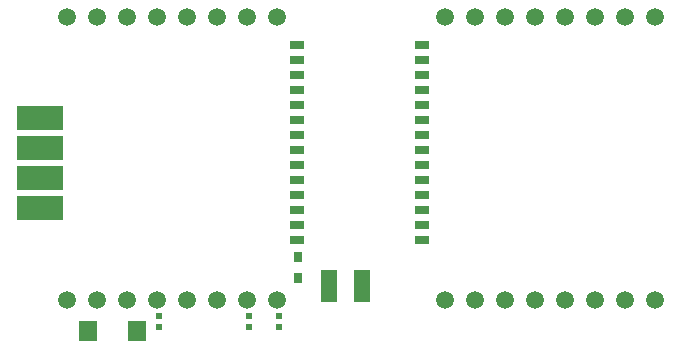
<source format=gts>
G04 #@! TF.FileFunction,Soldermask,Top*
%FSLAX46Y46*%
G04 Gerber Fmt 4.6, Leading zero omitted, Abs format (unit mm)*
G04 Created by KiCad (PCBNEW (after 2015-mar-04 BZR unknown)-product) date 20.05.2015 17:30:12*
%MOMM*%
G01*
G04 APERTURE LIST*
%ADD10C,0.150000*%
%ADD11R,0.800000X0.900000*%
%ADD12R,1.600000X1.800000*%
%ADD13R,0.500000X0.500000*%
%ADD14R,1.270000X0.700000*%
%ADD15R,1.400000X2.800000*%
%ADD16R,4.000000X2.000000*%
%ADD17C,1.500000*%
G04 APERTURE END LIST*
D10*
D11*
X121600000Y-176300000D03*
X121600000Y-178100000D03*
D12*
X103850000Y-182600000D03*
X107950000Y-182600000D03*
D13*
X120015000Y-181345000D03*
X120015000Y-182245000D03*
X117475000Y-181345000D03*
X117475000Y-182245000D03*
X109855000Y-181345000D03*
X109855000Y-182245000D03*
D14*
X121559000Y-158390000D03*
X121559000Y-159660000D03*
X121559000Y-160930000D03*
X121559000Y-162200000D03*
X121559000Y-163470000D03*
X121559000Y-164740000D03*
X132100000Y-158390000D03*
X132100000Y-159660000D03*
X132100000Y-160930000D03*
X132100000Y-162200000D03*
X132100000Y-163470000D03*
X132100000Y-164740000D03*
X121559000Y-169820000D03*
X121559000Y-168550000D03*
X121559000Y-167280000D03*
X121559000Y-166010000D03*
X132100000Y-166010000D03*
X132100000Y-167280000D03*
X132100000Y-168550000D03*
X132100000Y-169820000D03*
X132100000Y-174900000D03*
X132100000Y-173630000D03*
X132100000Y-172360000D03*
X132100000Y-171090000D03*
X121559000Y-171090000D03*
X121559000Y-172360000D03*
X121559000Y-173630000D03*
X121559000Y-174900000D03*
D15*
X124200000Y-178800000D03*
X127000000Y-178800000D03*
D16*
X99748000Y-164592000D03*
X99748000Y-172212000D03*
X99748000Y-167132000D03*
X99748000Y-169672000D03*
D17*
X104620000Y-156000000D03*
X102080000Y-156000000D03*
X107160000Y-156000000D03*
X109700000Y-156000000D03*
X114780000Y-156000000D03*
X117320000Y-156000000D03*
X112240000Y-156000000D03*
X119860000Y-156000000D03*
X112240000Y-180000000D03*
X119860000Y-180000000D03*
X117320000Y-180000000D03*
X114780000Y-180000000D03*
X109700000Y-180000000D03*
X107160000Y-180000000D03*
X102080000Y-180000000D03*
X104620000Y-180000000D03*
X136620000Y-156000000D03*
X134080000Y-156000000D03*
X139160000Y-156000000D03*
X141700000Y-156000000D03*
X146780000Y-156000000D03*
X149320000Y-156000000D03*
X144240000Y-156000000D03*
X151860000Y-156000000D03*
X144240000Y-180000000D03*
X151860000Y-180000000D03*
X149320000Y-180000000D03*
X146780000Y-180000000D03*
X141700000Y-180000000D03*
X139160000Y-180000000D03*
X134080000Y-180000000D03*
X136620000Y-180000000D03*
M02*

</source>
